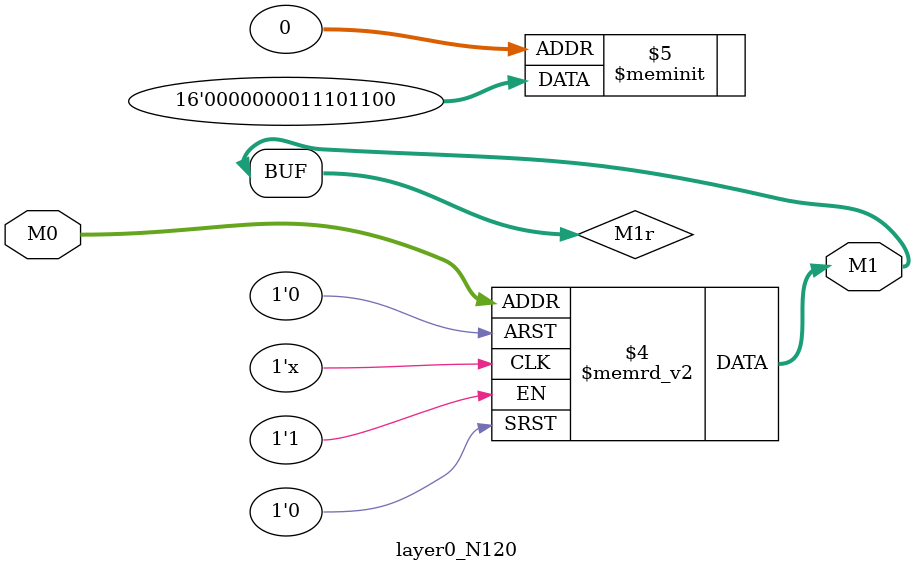
<source format=v>
module layer0_N120 ( input [2:0] M0, output [1:0] M1 );

	(*rom_style = "distributed" *) reg [1:0] M1r;
	assign M1 = M1r;
	always @ (M0) begin
		case (M0)
			3'b000: M1r = 2'b00;
			3'b100: M1r = 2'b00;
			3'b010: M1r = 2'b10;
			3'b110: M1r = 2'b00;
			3'b001: M1r = 2'b11;
			3'b101: M1r = 2'b00;
			3'b011: M1r = 2'b11;
			3'b111: M1r = 2'b00;

		endcase
	end
endmodule

</source>
